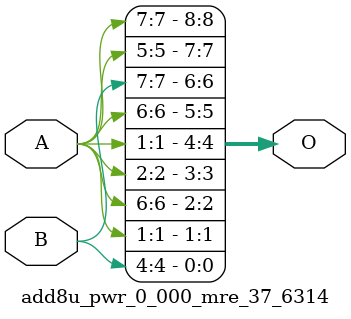
<source format=v>
/***
* This code is a part of EvoApproxLib library (ehw.fit.vutbr.cz/approxlib) distributed under The MIT License.
* When used, please cite the following article(s):  
* This file contains a circuit from a sub-set of pareto optimal circuits with respect to the pwr and mre parameters
***/

// bdd_sift/bw_8/conf_core_0_mae_000103/run.00000.chr
module add8u_pwr_0_000_mre_37_6314(A, B, O);
  input [7:0] A, B;
  output [8:0] O;
  assign O[1] = A[1];
  assign O[5] = A[6];
  assign O[0] = B[4]; // default output
  assign O[2] = A[6]; // default output
  assign O[3] = A[2]; // default output
  assign O[4] = O[1]; // default output
  assign O[6] = B[7]; // default output
  assign O[7] = A[5]; // default output
  assign O[8] = A[7]; // default output
endmodule


// internal reference: cgp-add-bdd.08.add8u_pwr_0_000_mre_37_6314


</source>
